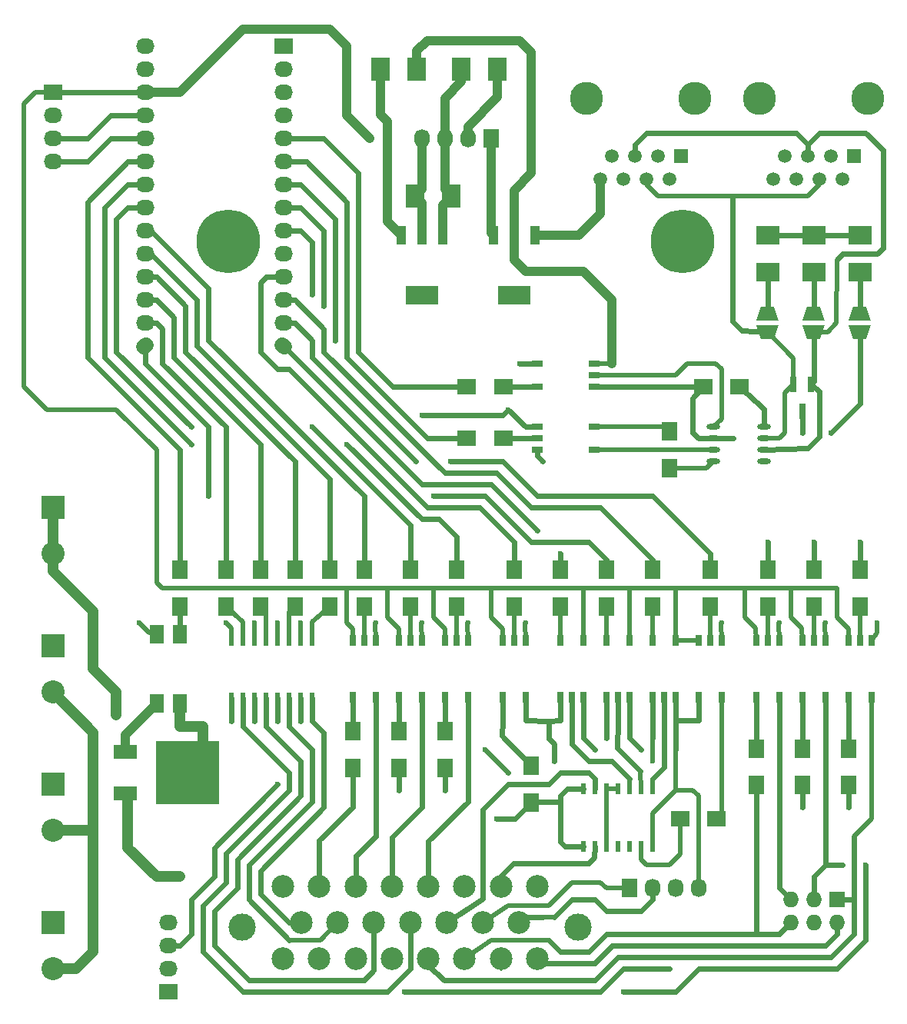
<source format=gtl>
G04 #@! TF.FileFunction,Copper,L1,Top,Signal*
%FSLAX46Y46*%
G04 Gerber Fmt 4.6, Leading zero omitted, Abs format (unit mm)*
G04 Created by KiCad (PCBNEW 4.0.3+e1-6302~38~ubuntu15.10.1-stable) date Thu Nov 17 07:24:37 2016*
%MOMM*%
%LPD*%
G01*
G04 APERTURE LIST*
%ADD10C,0.200000*%
%ADD11R,1.727200X2.032000*%
%ADD12O,1.727200X2.032000*%
%ADD13C,2.500000*%
%ADD14C,3.000000*%
%ADD15R,2.500000X2.000000*%
%ADD16C,3.649980*%
%ADD17R,1.501140X1.501140*%
%ADD18C,1.501140*%
%ADD19R,2.000000X2.500000*%
%ADD20R,0.800100X1.800860*%
%ADD21R,2.540000X2.540000*%
%ADD22C,2.540000*%
%ADD23R,2.032000X1.727200*%
%ADD24O,2.032000X1.727200*%
%ADD25R,1.700000X2.000000*%
%ADD26R,2.000000X1.700000*%
%ADD27R,0.800000X1.200000*%
%ADD28R,1.200000X0.800000*%
%ADD29O,1.473200X0.609600*%
%ADD30R,2.499360X1.501140*%
%ADD31R,7.000240X7.000240*%
%ADD32R,3.657600X2.032000*%
%ADD33R,1.016000X2.032000*%
%ADD34R,1.524000X2.032000*%
%ADD35R,0.508000X1.143000*%
%ADD36R,1.727200X1.727200*%
%ADD37O,1.727200X1.727200*%
%ADD38C,1.727200*%
%ADD39C,7.000000*%
%ADD40C,0.600000*%
%ADD41C,0.500000*%
%ADD42C,0.600000*%
%ADD43C,1.000000*%
%ADD44C,1.200000*%
G04 APERTURE END LIST*
D10*
D11*
X97820000Y-75120000D03*
D12*
X95280000Y-75120000D03*
X92740000Y-75120000D03*
X90200000Y-75120000D03*
D13*
X74930000Y-157480000D03*
X78930000Y-157480000D03*
X82930000Y-157480000D03*
X86930000Y-157480000D03*
X90930000Y-157480000D03*
X94930000Y-157480000D03*
X98930000Y-157480000D03*
X102930000Y-157480000D03*
X100930000Y-161480000D03*
X96930000Y-161480000D03*
X92930000Y-161480000D03*
X88930000Y-161480000D03*
X84930000Y-161480000D03*
X80930000Y-161480000D03*
X76930000Y-161480000D03*
X74930000Y-165480000D03*
X78930000Y-165480000D03*
X82930000Y-165480000D03*
X86930000Y-165480000D03*
X90930000Y-165480000D03*
X94930000Y-165480000D03*
X98930000Y-165480000D03*
X102930000Y-165480000D03*
D14*
X70430000Y-161980000D03*
X107430000Y-161980000D03*
D15*
X128300000Y-85820000D03*
X128300000Y-89820000D03*
D16*
X127441480Y-70675000D03*
X139310900Y-70675000D03*
D17*
X137825000Y-77025000D03*
D18*
X136555000Y-79565000D03*
X135285000Y-77025000D03*
X134015000Y-79565000D03*
X132745000Y-77025000D03*
X131475000Y-79565000D03*
X130205000Y-77025000D03*
X128935000Y-79565000D03*
D19*
X89470000Y-81470000D03*
X93470000Y-81470000D03*
D15*
X138460000Y-89820000D03*
X138460000Y-85820000D03*
D20*
X133060000Y-102193860D03*
X131160000Y-102193860D03*
X132110000Y-105196140D03*
D19*
X85660000Y-67500000D03*
X89660000Y-67500000D03*
X94550000Y-67500000D03*
X98550000Y-67500000D03*
D16*
X108391480Y-70675000D03*
X120260900Y-70675000D03*
D17*
X118775000Y-77025000D03*
D18*
X117505000Y-79565000D03*
X116235000Y-77025000D03*
X114965000Y-79565000D03*
X113695000Y-77025000D03*
X112425000Y-79565000D03*
X111155000Y-77025000D03*
X109885000Y-79565000D03*
D10*
G36*
X132630000Y-93690000D02*
X134130000Y-93690000D01*
X134630000Y-95190000D01*
X132130000Y-95190000D01*
X132630000Y-93690000D01*
X132630000Y-93690000D01*
G37*
G36*
X132130000Y-95690000D02*
X134630000Y-95690000D01*
X134130000Y-97190000D01*
X132630000Y-97190000D01*
X132130000Y-95690000D01*
X132130000Y-95690000D01*
G37*
G36*
X129050000Y-97190000D02*
X127550000Y-97190000D01*
X127050000Y-95690000D01*
X129550000Y-95690000D01*
X129050000Y-97190000D01*
X129050000Y-97190000D01*
G37*
G36*
X129550000Y-95190000D02*
X127050000Y-95190000D01*
X127550000Y-93690000D01*
X129050000Y-93690000D01*
X129550000Y-95190000D01*
X129550000Y-95190000D01*
G37*
G36*
X137710000Y-93690000D02*
X139210000Y-93690000D01*
X139710000Y-95190000D01*
X137210000Y-95190000D01*
X137710000Y-93690000D01*
X137710000Y-93690000D01*
G37*
G36*
X137210000Y-95690000D02*
X139710000Y-95690000D01*
X139210000Y-97190000D01*
X137710000Y-97190000D01*
X137210000Y-95690000D01*
X137210000Y-95690000D01*
G37*
D21*
X49560000Y-161480000D03*
D22*
X49560000Y-166560000D03*
D21*
X49560000Y-131000000D03*
D22*
X49560000Y-136080000D03*
D21*
X49560000Y-146240000D03*
D22*
X49560000Y-151320000D03*
D11*
X113060000Y-157670000D03*
D12*
X115600000Y-157670000D03*
X118140000Y-157670000D03*
X120680000Y-157670000D03*
D23*
X62260000Y-169100000D03*
D24*
X62260000Y-166560000D03*
X62260000Y-164020000D03*
X62260000Y-161480000D03*
D25*
X82580000Y-140430000D03*
X82580000Y-144430000D03*
X92740000Y-140430000D03*
X92740000Y-144430000D03*
X87660000Y-140430000D03*
X87660000Y-144430000D03*
X127030000Y-142335000D03*
X127030000Y-146335000D03*
X132110000Y-142335000D03*
X132110000Y-146335000D03*
X137190000Y-142335000D03*
X137190000Y-146335000D03*
X83850000Y-122650000D03*
X83850000Y-126650000D03*
X94010000Y-122650000D03*
X94010000Y-126650000D03*
X88930000Y-122650000D03*
X88930000Y-126650000D03*
X128300000Y-122650000D03*
X128300000Y-126650000D03*
X133380000Y-122650000D03*
X133380000Y-126650000D03*
X138460000Y-122650000D03*
X138460000Y-126650000D03*
X63530000Y-122650000D03*
X63530000Y-126650000D03*
X102265000Y-144240000D03*
X102265000Y-148240000D03*
X100360000Y-122650000D03*
X100360000Y-126650000D03*
D26*
X99185000Y-102425000D03*
X95185000Y-102425000D03*
D25*
X117505000Y-111410000D03*
X117505000Y-107410000D03*
D26*
X121220000Y-102425000D03*
X125220000Y-102425000D03*
D15*
X133380000Y-85820000D03*
X133380000Y-89820000D03*
D26*
X122680000Y-150050000D03*
X118680000Y-150050000D03*
D25*
X110520000Y-122650000D03*
X110520000Y-126650000D03*
X105440000Y-122650000D03*
X105440000Y-126650000D03*
X115600000Y-122650000D03*
X115600000Y-126650000D03*
X80040000Y-126650000D03*
X80040000Y-122650000D03*
X76230000Y-126650000D03*
X76230000Y-122650000D03*
X72420000Y-126650000D03*
X72420000Y-122650000D03*
X68610000Y-126650000D03*
X68610000Y-122650000D03*
D27*
X82580000Y-136690000D03*
X85120000Y-136690000D03*
X85120000Y-130390000D03*
X83850000Y-130390000D03*
X82580000Y-130390000D03*
X92740000Y-136690000D03*
X95280000Y-136690000D03*
X95280000Y-130390000D03*
X94010000Y-130390000D03*
X92740000Y-130390000D03*
X87660000Y-136690000D03*
X90200000Y-136690000D03*
X90200000Y-130390000D03*
X88930000Y-130390000D03*
X87660000Y-130390000D03*
X127030000Y-136690000D03*
X129570000Y-136690000D03*
X129570000Y-130390000D03*
X128300000Y-130390000D03*
X127030000Y-130390000D03*
X132110000Y-136690000D03*
X134650000Y-136690000D03*
X134650000Y-130390000D03*
X133380000Y-130390000D03*
X132110000Y-130390000D03*
X137190000Y-136690000D03*
X139730000Y-136690000D03*
X139730000Y-130390000D03*
X138460000Y-130390000D03*
X137190000Y-130390000D03*
X99090000Y-136690000D03*
X101630000Y-136690000D03*
X101630000Y-130390000D03*
X100360000Y-130390000D03*
X99090000Y-130390000D03*
D28*
X109225000Y-109410000D03*
X109225000Y-106870000D03*
X102925000Y-106870000D03*
X102925000Y-108140000D03*
X102925000Y-109410000D03*
X102925000Y-99885000D03*
X102925000Y-102425000D03*
X109225000Y-102425000D03*
X109225000Y-101155000D03*
X109225000Y-99885000D03*
D29*
X122331000Y-106870000D03*
X122331000Y-108140000D03*
X122331000Y-109410000D03*
X122331000Y-110680000D03*
X127919000Y-110680000D03*
X127919000Y-109410000D03*
X127919000Y-108140000D03*
X127919000Y-106870000D03*
D27*
X113060000Y-130390000D03*
X110520000Y-130390000D03*
X110520000Y-136690000D03*
X111790000Y-136690000D03*
X113060000Y-136690000D03*
X107980000Y-130390000D03*
X105440000Y-130390000D03*
X105440000Y-136690000D03*
X106710000Y-136690000D03*
X107980000Y-136690000D03*
X120680000Y-136690000D03*
X123220000Y-136690000D03*
X123220000Y-130390000D03*
X121950000Y-130390000D03*
X120680000Y-130390000D03*
X118140000Y-130390000D03*
X115600000Y-130390000D03*
X115600000Y-136690000D03*
X116870000Y-136690000D03*
X118140000Y-136690000D03*
D30*
X57540680Y-142694160D03*
X57540680Y-147245840D03*
D31*
X64439320Y-144970000D03*
D32*
X100360000Y-92392000D03*
D33*
X100360000Y-85788000D03*
X98074000Y-85788000D03*
X102646000Y-85788000D03*
D32*
X90200000Y-92392000D03*
D33*
X90200000Y-85788000D03*
X87914000Y-85788000D03*
X92486000Y-85788000D03*
D34*
X63530000Y-129730000D03*
X60990000Y-129730000D03*
X60990000Y-137350000D03*
X63530000Y-137350000D03*
D35*
X115600000Y-146748000D03*
X114330000Y-146748000D03*
X113060000Y-146748000D03*
X111790000Y-146748000D03*
X110520000Y-146748000D03*
X109250000Y-146748000D03*
X107980000Y-146748000D03*
X107980000Y-153098000D03*
X109250000Y-153098000D03*
X111790000Y-153098000D03*
X113060000Y-153098000D03*
X114330000Y-153098000D03*
X115600000Y-153098000D03*
X110520000Y-153098000D03*
X78135000Y-136715000D03*
X75595000Y-136715000D03*
X74325000Y-136715000D03*
X73055000Y-136715000D03*
X71785000Y-136715000D03*
X70515000Y-136715000D03*
X69245000Y-136715000D03*
X69245000Y-130365000D03*
X70515000Y-130365000D03*
X71785000Y-130365000D03*
X73055000Y-130365000D03*
X74325000Y-130365000D03*
X75595000Y-130365000D03*
X76865000Y-130365000D03*
X78135000Y-130365000D03*
X76865000Y-136715000D03*
D21*
X49560000Y-115760000D03*
D22*
X49560000Y-120840000D03*
D26*
X95185000Y-108140000D03*
X99185000Y-108140000D03*
D25*
X121950000Y-122650000D03*
X121950000Y-126650000D03*
D36*
X135920000Y-158940000D03*
D37*
X135920000Y-161480000D03*
X133380000Y-158940000D03*
X133380000Y-161480000D03*
X130840000Y-158940000D03*
X130840000Y-161480000D03*
D23*
X74960000Y-64960000D03*
D24*
X74960000Y-67500000D03*
X74960000Y-70040000D03*
X74960000Y-72580000D03*
X74960000Y-75120000D03*
X74960000Y-77660000D03*
X74960000Y-80200000D03*
X74960000Y-82740000D03*
X74960000Y-85280000D03*
X74960000Y-87820000D03*
X74960000Y-90360000D03*
X74960000Y-92900000D03*
D38*
X74852237Y-97872237D02*
X75067763Y-98087763D01*
X59612237Y-98087763D02*
X59827763Y-97872237D01*
D24*
X59720000Y-92900000D03*
X59720000Y-90360000D03*
X59720000Y-87820000D03*
X59720000Y-85280000D03*
X59720000Y-82740000D03*
X59720000Y-80200000D03*
X59720000Y-77660000D03*
X59720000Y-75120000D03*
X59720000Y-72580000D03*
X59720000Y-70040000D03*
X59720000Y-67500000D03*
X59720000Y-64960000D03*
X74960000Y-95440000D03*
X59720000Y-95440000D03*
D23*
X49560000Y-70040000D03*
D24*
X49560000Y-72580000D03*
X49560000Y-75120000D03*
X49560000Y-77660000D03*
D39*
X68930000Y-86480000D03*
D40*
X71555000Y-86480000D03*
X70786155Y-88336155D03*
X68930000Y-89105000D03*
X67073845Y-88336155D03*
X66305000Y-86480000D03*
X67073845Y-84623845D03*
X68930000Y-83855000D03*
X70786155Y-84623845D03*
D39*
X118930000Y-86480000D03*
D40*
X121555000Y-86480000D03*
X120786155Y-88336155D03*
X118930000Y-89105000D03*
X117073845Y-88336155D03*
X116305000Y-86480000D03*
X117073845Y-84623845D03*
X118930000Y-83855000D03*
X120786155Y-84623845D03*
X90200000Y-105600000D03*
X134650000Y-128460000D03*
X129570000Y-128460000D03*
X123220000Y-128460000D03*
X101630000Y-128460000D03*
X95280000Y-128460000D03*
X90200000Y-128460000D03*
X85120000Y-128460000D03*
X76865000Y-128460000D03*
X74325000Y-128460000D03*
X71785000Y-128460000D03*
X68610000Y-128460000D03*
X59085000Y-128460000D03*
X140365000Y-128460000D03*
X99725000Y-104965000D03*
X84485000Y-75120000D03*
X103535000Y-110680000D03*
X100995000Y-99885000D03*
X112425000Y-102425000D03*
X124490000Y-108140000D03*
X132110000Y-107505000D03*
X135285000Y-107505000D03*
X111155000Y-109410000D03*
X111155000Y-99885000D03*
X62260000Y-156400000D03*
X60990000Y-156400000D03*
X63530000Y-156400000D03*
X54005000Y-164655000D03*
X52735000Y-165925000D03*
X87660000Y-146875000D03*
X82580000Y-146875000D03*
X92740000Y-146875000D03*
X117505000Y-166560000D03*
X88295000Y-169100000D03*
X112425000Y-169100000D03*
X139095000Y-155130000D03*
X136555000Y-155130000D03*
X137190000Y-148780000D03*
X132110000Y-148780000D03*
X127030000Y-148780000D03*
X64800000Y-108775000D03*
X81945000Y-108775000D03*
X64800000Y-106870000D03*
X78135000Y-106870000D03*
X78135000Y-92265000D03*
X128300000Y-119570000D03*
X79405000Y-93535000D03*
X133380000Y-119570000D03*
X80675000Y-97345000D03*
X138460000Y-119570000D03*
X64800000Y-139890000D03*
X56545000Y-137350000D03*
X56545000Y-136080000D03*
X66070000Y-139890000D03*
X56545000Y-138620000D03*
X63530000Y-139890000D03*
X98455000Y-150050000D03*
X114330000Y-142430000D03*
X109250000Y-142430000D03*
X118140000Y-142430000D03*
X99725000Y-144970000D03*
X97185000Y-142430000D03*
X104805000Y-143700000D03*
X74325000Y-146240000D03*
X76865000Y-139255000D03*
X74325000Y-139255000D03*
X71785000Y-139255000D03*
X69245000Y-139255000D03*
X115600000Y-143700000D03*
X110520000Y-148780000D03*
X115600000Y-141160000D03*
X110520000Y-141160000D03*
X104170000Y-141160000D03*
X66705000Y-114490000D03*
X91470000Y-114490000D03*
X102900000Y-118300000D03*
X105440000Y-120840000D03*
X93375000Y-110680000D03*
X89565000Y-110680000D03*
D41*
X133380000Y-96440000D02*
X134920000Y-96440000D01*
D42*
X134015000Y-74485000D02*
X132745000Y-75755000D01*
X134015000Y-74485000D02*
X139095000Y-74485000D01*
X139095000Y-74485000D02*
X141000000Y-76390000D01*
X141000000Y-76390000D02*
X141000000Y-87185000D01*
X141000000Y-87185000D02*
X140365000Y-87820000D01*
X140365000Y-87820000D02*
X136555000Y-87820000D01*
X136555000Y-87820000D02*
X135920000Y-88455000D01*
D41*
X135890000Y-95470000D02*
X135920000Y-88455000D01*
X134920000Y-96440000D02*
X135890000Y-95470000D01*
D42*
X133060000Y-102193860D02*
X133985000Y-102958860D01*
X132715000Y-109220000D02*
X127919000Y-109410000D01*
X133985000Y-107950000D02*
X132715000Y-109220000D01*
X133985000Y-102958860D02*
X133985000Y-107950000D01*
X113695000Y-77025000D02*
X113695000Y-75755000D01*
X113695000Y-75755000D02*
X114965000Y-74485000D01*
X114965000Y-74485000D02*
X131475000Y-74485000D01*
X131475000Y-74485000D02*
X132745000Y-75755000D01*
X132745000Y-77025000D02*
X132745000Y-75755000D01*
X133060000Y-102193860D02*
X133380000Y-101873860D01*
X133380000Y-101873860D02*
X133380000Y-96440000D01*
D41*
X114965000Y-79565000D02*
X114965000Y-80200000D01*
X116235000Y-81470000D02*
X124460000Y-81470000D01*
X114965000Y-80200000D02*
X116235000Y-81470000D01*
X134015000Y-79565000D02*
X134015000Y-80200000D01*
X134015000Y-80200000D02*
X132745000Y-81470000D01*
X132745000Y-81470000D02*
X124460000Y-81470000D01*
X127919000Y-108140000D02*
X128935000Y-108140000D01*
X130205000Y-103148860D02*
X131160000Y-102193860D01*
X130205000Y-107505000D02*
X130205000Y-103148860D01*
X129570000Y-108140000D02*
X130205000Y-107505000D01*
X128935000Y-108140000D02*
X129570000Y-108140000D01*
X128300000Y-96440000D02*
X131160000Y-99300000D01*
X131160000Y-99300000D02*
X131160000Y-102193860D01*
D42*
X128300000Y-96440000D02*
X125460000Y-96250000D01*
X125460000Y-96250000D02*
X124460000Y-95250000D01*
X124460000Y-95250000D02*
X124460000Y-81470000D01*
X128300000Y-96440000D02*
X128030000Y-96710000D01*
D41*
X114965000Y-79565000D02*
X114965000Y-80200000D01*
D42*
X63530000Y-122650000D02*
X63530000Y-109410000D01*
X57815000Y-77660000D02*
X59720000Y-77660000D01*
X53370000Y-82105000D02*
X57815000Y-77660000D01*
X53370000Y-99250000D02*
X53370000Y-82105000D01*
X63530000Y-109410000D02*
X53370000Y-99250000D01*
X99725000Y-104965000D02*
X99090000Y-105600000D01*
X99090000Y-105600000D02*
X90200000Y-105600000D01*
D43*
X94550000Y-67500000D02*
X94550000Y-68865000D01*
X92740000Y-70675000D02*
X92740000Y-75120000D01*
X94550000Y-68865000D02*
X92740000Y-70675000D01*
X93470000Y-81470000D02*
X92740000Y-80740000D01*
X92740000Y-80740000D02*
X92740000Y-75120000D01*
D41*
X134650000Y-130390000D02*
X134620000Y-128490000D01*
X134620000Y-128490000D02*
X134650000Y-128460000D01*
X129570000Y-130390000D02*
X129540000Y-128490000D01*
X129540000Y-128490000D02*
X129570000Y-128460000D01*
X123220000Y-130390000D02*
X123190000Y-128490000D01*
X123190000Y-128490000D02*
X123220000Y-128460000D01*
X101630000Y-130390000D02*
X101600000Y-128490000D01*
X101600000Y-128490000D02*
X101630000Y-128460000D01*
X95280000Y-130390000D02*
X95250000Y-128490000D01*
X95250000Y-128490000D02*
X95280000Y-128460000D01*
X90200000Y-130390000D02*
X90170000Y-128490000D01*
X90170000Y-128490000D02*
X90200000Y-128460000D01*
X85120000Y-130390000D02*
X85090000Y-128490000D01*
X85090000Y-128490000D02*
X85120000Y-128460000D01*
X76865000Y-130365000D02*
X76835000Y-128490000D01*
X76835000Y-128490000D02*
X76865000Y-128460000D01*
X74325000Y-130365000D02*
X74295000Y-128490000D01*
X74295000Y-128490000D02*
X74325000Y-128460000D01*
X71755000Y-128490000D02*
X71785000Y-130365000D01*
X71785000Y-128460000D02*
X71755000Y-128490000D01*
X69245000Y-130365000D02*
X69215000Y-129065000D01*
X69215000Y-129065000D02*
X68610000Y-128460000D01*
X139730000Y-130390000D02*
X140365000Y-129535000D01*
X60165000Y-129540000D02*
X60960000Y-129540000D01*
X59085000Y-128460000D02*
X60165000Y-129540000D01*
X140365000Y-129535000D02*
X140365000Y-128460000D01*
D42*
X102925000Y-106870000D02*
X101630000Y-106870000D01*
X101630000Y-106870000D02*
X99725000Y-104965000D01*
D43*
X92486000Y-85788000D02*
X92486000Y-82454000D01*
X92486000Y-82454000D02*
X93470000Y-81470000D01*
D42*
X74960000Y-75120000D02*
X79405000Y-75120000D01*
X87025000Y-102425000D02*
X95185000Y-102425000D01*
X83215000Y-98615000D02*
X87025000Y-102425000D01*
X83215000Y-78930000D02*
X83215000Y-98615000D01*
X79405000Y-75120000D02*
X83215000Y-78930000D01*
D43*
X81945000Y-72580000D02*
X84485000Y-75120000D01*
X59720000Y-70040000D02*
X63530000Y-70040000D01*
X70515000Y-63055000D02*
X63530000Y-70040000D01*
X80040000Y-63055000D02*
X70515000Y-63055000D01*
X81945000Y-64960000D02*
X80040000Y-63055000D01*
X81945000Y-72580000D02*
X81945000Y-64960000D01*
D42*
X102925000Y-109410000D02*
X102925000Y-110070000D01*
X102925000Y-110070000D02*
X103535000Y-110680000D01*
X102925000Y-99885000D02*
X100995000Y-99885000D01*
D41*
X81945000Y-124650000D02*
X61625000Y-124650000D01*
X47655000Y-70040000D02*
X49560000Y-70040000D01*
X46385000Y-71310000D02*
X47655000Y-70040000D01*
X46385000Y-102425000D02*
X46385000Y-71310000D01*
X48925000Y-104965000D02*
X46385000Y-102425000D01*
X56545000Y-104965000D02*
X48925000Y-104965000D01*
X60990000Y-109410000D02*
X56545000Y-104965000D01*
X60990000Y-124015000D02*
X60990000Y-109410000D01*
X61625000Y-124650000D02*
X60990000Y-124015000D01*
D43*
X89470000Y-81470000D02*
X90200000Y-80740000D01*
X90200000Y-80740000D02*
X90200000Y-75120000D01*
D42*
X49560000Y-70040000D02*
X59720000Y-70040000D01*
D41*
X118140000Y-130390000D02*
X120680000Y-130390000D01*
X127030000Y-130390000D02*
X127000000Y-129065000D01*
X125760000Y-127825000D02*
X125760000Y-124650000D01*
X127000000Y-129065000D02*
X125760000Y-127825000D01*
X118140000Y-130390000D02*
X118140000Y-124650000D01*
X113060000Y-130390000D02*
X113060000Y-124650000D01*
X107980000Y-130390000D02*
X107980000Y-124650000D01*
X99090000Y-130390000D02*
X99090000Y-129095000D01*
X97820000Y-127825000D02*
X97820000Y-124650000D01*
X99090000Y-129095000D02*
X97820000Y-127825000D01*
X92740000Y-130390000D02*
X92740000Y-129095000D01*
X91470000Y-127825000D02*
X91470000Y-124650000D01*
X92740000Y-129095000D02*
X91470000Y-127825000D01*
X87660000Y-130390000D02*
X87660000Y-129095000D01*
X86390000Y-127825000D02*
X86390000Y-124650000D01*
X87660000Y-129095000D02*
X86390000Y-127825000D01*
X82580000Y-130390000D02*
X82580000Y-129095000D01*
X81945000Y-124650000D02*
X86390000Y-124650000D01*
X86390000Y-124650000D02*
X91470000Y-124650000D01*
X91470000Y-124650000D02*
X97820000Y-124650000D01*
X97820000Y-124650000D02*
X107980000Y-124650000D01*
X107980000Y-124650000D02*
X113060000Y-124650000D01*
X113060000Y-124650000D02*
X118140000Y-124650000D01*
X118140000Y-124650000D02*
X119410000Y-124650000D01*
X119410000Y-124650000D02*
X125760000Y-124650000D01*
X125760000Y-124650000D02*
X130840000Y-124650000D01*
X81945000Y-128460000D02*
X81945000Y-124650000D01*
X82580000Y-129095000D02*
X81945000Y-128460000D01*
X132110000Y-130390000D02*
X132080000Y-129065000D01*
X137190000Y-129095000D02*
X137220000Y-130360000D01*
X135920000Y-127825000D02*
X137190000Y-129095000D01*
X135920000Y-124650000D02*
X135920000Y-127825000D01*
X130840000Y-124650000D02*
X135920000Y-124650000D01*
X130840000Y-127825000D02*
X130840000Y-124650000D01*
X132080000Y-129065000D02*
X130840000Y-127825000D01*
X137220000Y-130360000D02*
X137190000Y-130390000D01*
X132140000Y-130360000D02*
X132110000Y-130390000D01*
D43*
X90200000Y-85788000D02*
X90200000Y-82200000D01*
X90200000Y-82200000D02*
X89470000Y-81470000D01*
D42*
X95185000Y-108140000D02*
X90835000Y-108140000D01*
X77500000Y-77660000D02*
X74960000Y-77660000D01*
X81945000Y-82105000D02*
X77500000Y-77660000D01*
X81945000Y-99250000D02*
X81945000Y-82105000D01*
X86390000Y-103695000D02*
X81945000Y-99250000D01*
X86390000Y-103695000D02*
X86390000Y-103695000D01*
X90835000Y-108140000D02*
X86390000Y-103695000D01*
D43*
X102646000Y-85788000D02*
X107472000Y-85788000D01*
X109885000Y-83375000D02*
X109885000Y-79565000D01*
X107472000Y-85788000D02*
X109885000Y-83375000D01*
X95280000Y-75120000D02*
X95280000Y-73850000D01*
X95280000Y-73850000D02*
X98550000Y-70580000D01*
X98550000Y-70580000D02*
X98550000Y-67500000D01*
D42*
X122331000Y-108140000D02*
X124490000Y-108140000D01*
X132110000Y-105196140D02*
X132110000Y-107505000D01*
X138460000Y-104330000D02*
X138460000Y-96440000D01*
X135285000Y-107505000D02*
X138460000Y-104330000D01*
X122331000Y-108140000D02*
X120680000Y-108140000D01*
X120045000Y-103695000D02*
X121220000Y-102425000D01*
X120045000Y-107505000D02*
X120045000Y-103695000D01*
X120680000Y-108140000D02*
X120045000Y-107505000D01*
X121315000Y-102425000D02*
X121220000Y-102425000D01*
X121220000Y-102425000D02*
X112425000Y-102425000D01*
X112425000Y-102425000D02*
X109225000Y-102425000D01*
X128300000Y-85820000D02*
X133380000Y-85820000D01*
X133380000Y-85820000D02*
X138460000Y-85820000D01*
D43*
X86390000Y-73215000D02*
X85660000Y-72485000D01*
X86390000Y-84264000D02*
X86390000Y-73850000D01*
X86390000Y-73850000D02*
X86390000Y-73215000D01*
X87914000Y-85788000D02*
X86390000Y-84264000D01*
X85660000Y-72485000D02*
X85660000Y-67500000D01*
X89660000Y-67500000D02*
X89660000Y-65500000D01*
X100360000Y-80835000D02*
X100360000Y-85788000D01*
X102265000Y-78930000D02*
X100360000Y-80835000D01*
X102265000Y-65595000D02*
X102265000Y-78930000D01*
X100995000Y-64325000D02*
X102265000Y-65595000D01*
X90835000Y-64325000D02*
X100995000Y-64325000D01*
X89660000Y-65500000D02*
X90835000Y-64325000D01*
X111155000Y-99885000D02*
X111155000Y-92900000D01*
X101630000Y-89725000D02*
X100360000Y-88455000D01*
X107980000Y-89725000D02*
X101630000Y-89725000D01*
X111155000Y-92900000D02*
X107980000Y-89725000D01*
D41*
X109225000Y-99885000D02*
X111155000Y-99885000D01*
X109225000Y-109410000D02*
X111155000Y-109410000D01*
X111155000Y-109410000D02*
X122331000Y-109410000D01*
D43*
X100360000Y-85788000D02*
X100360000Y-88455000D01*
X97820000Y-75120000D02*
X97820000Y-85534000D01*
X97820000Y-85534000D02*
X98074000Y-85788000D01*
D42*
X133380000Y-89820000D02*
X133380000Y-94440000D01*
X128300000Y-89820000D02*
X128300000Y-94440000D01*
D44*
X57815000Y-147520160D02*
X57815000Y-153225000D01*
X57815000Y-153225000D02*
X60990000Y-156400000D01*
X57815000Y-147520160D02*
X57540680Y-147245840D01*
X60990000Y-156400000D02*
X60990000Y-156400000D01*
X60990000Y-156400000D02*
X62260000Y-156400000D01*
X62260000Y-156400000D02*
X63530000Y-156400000D01*
X54005000Y-164655000D02*
X52735000Y-165925000D01*
X54005000Y-151320000D02*
X54005000Y-164655000D01*
X52100000Y-166560000D02*
X49560000Y-166560000D01*
X54005000Y-164655000D02*
X52100000Y-166560000D01*
X49560000Y-151320000D02*
X54005000Y-151320000D01*
X49560000Y-136080000D02*
X49560000Y-136080000D01*
X54005000Y-140525000D02*
X49560000Y-136080000D01*
X54005000Y-151320000D02*
X54005000Y-140525000D01*
D42*
X87660000Y-144430000D02*
X87660000Y-146875000D01*
X92740000Y-144430000D02*
X92740000Y-146875000D01*
X78930000Y-157480000D02*
X78930000Y-152430000D01*
X78930000Y-152430000D02*
X82580000Y-148780000D01*
X82580000Y-148780000D02*
X82580000Y-146875000D01*
X82580000Y-146875000D02*
X82580000Y-144430000D01*
X82930000Y-157480000D02*
X82930000Y-154145000D01*
X85120000Y-151955000D02*
X85120000Y-136690000D01*
X82930000Y-154145000D02*
X85120000Y-151955000D01*
X86930000Y-157480000D02*
X86930000Y-152050000D01*
X90200000Y-148780000D02*
X90200000Y-136690000D01*
X86930000Y-152050000D02*
X90200000Y-148780000D01*
X90930000Y-157480000D02*
X90930000Y-152495000D01*
X95280000Y-148145000D02*
X95280000Y-136690000D01*
X90930000Y-152495000D02*
X95280000Y-148145000D01*
X109250000Y-158940000D02*
X110520000Y-160210000D01*
X104805000Y-160845000D02*
X106710000Y-158940000D01*
X106710000Y-158940000D02*
X109250000Y-158940000D01*
X101565000Y-160845000D02*
X103535000Y-160845000D01*
D41*
X103535000Y-160845000D02*
X104805000Y-160845000D01*
D42*
X115600000Y-158940000D02*
X115600000Y-157670000D01*
X114330000Y-160210000D02*
X115600000Y-158940000D01*
X110520000Y-160210000D02*
X114330000Y-160210000D01*
X100930000Y-161480000D02*
X101565000Y-160845000D01*
D41*
X105440000Y-158305000D02*
X106710000Y-157035000D01*
X104170000Y-159575000D02*
X105440000Y-158305000D01*
X99725000Y-159575000D02*
X104170000Y-159575000D01*
X96930000Y-161480000D02*
X99725000Y-159575000D01*
X110520000Y-157670000D02*
X113060000Y-157670000D01*
X109885000Y-157035000D02*
X110520000Y-157670000D01*
X106710000Y-157035000D02*
X109885000Y-157035000D01*
D42*
X88295000Y-169100000D02*
X109885000Y-169100000D01*
X109885000Y-169100000D02*
X112425000Y-166560000D01*
X112425000Y-166560000D02*
X117505000Y-166560000D01*
X129570000Y-136690000D02*
X129570000Y-157670000D01*
X129570000Y-157670000D02*
X130840000Y-158940000D01*
X133380000Y-158940000D02*
X133380000Y-156400000D01*
X133380000Y-156400000D02*
X134650000Y-155130000D01*
X118140000Y-169100000D02*
X120680000Y-166560000D01*
X120680000Y-166560000D02*
X135920000Y-166560000D01*
X139095000Y-155130000D02*
X139095000Y-163385000D01*
X135920000Y-166560000D02*
X139095000Y-163385000D01*
X118140000Y-169100000D02*
X112425000Y-169100000D01*
X136555000Y-155130000D02*
X134650000Y-155130000D01*
X134650000Y-136690000D02*
X134650000Y-155130000D01*
X135920000Y-158940000D02*
X137825000Y-158940000D01*
D41*
X137825000Y-151955000D02*
X139730000Y-150050000D01*
X139730000Y-150050000D02*
X139730000Y-136690000D01*
D42*
X137825000Y-151955000D02*
X137825000Y-157035000D01*
X137825000Y-162750000D02*
X137825000Y-158940000D01*
X137825000Y-158940000D02*
X137825000Y-157670000D01*
X135285000Y-165290000D02*
X137825000Y-162750000D01*
X111790000Y-165290000D02*
X135285000Y-165290000D01*
X109250000Y-167830000D02*
X111790000Y-165290000D01*
X92695536Y-167830000D02*
X109250000Y-167830000D01*
X92695536Y-167830000D02*
X90930000Y-166180000D01*
X137825000Y-157035000D02*
X137825000Y-157670000D01*
D41*
X90930000Y-165480000D02*
X90930000Y-166180000D01*
D42*
X127030000Y-162750000D02*
X127030000Y-148780000D01*
D41*
X130810000Y-161925000D02*
X130810000Y-161510000D01*
X97820000Y-163385000D02*
X104170000Y-163385000D01*
X97820000Y-163385000D02*
X94930000Y-165480000D01*
D42*
X105440000Y-164655000D02*
X104170000Y-163385000D01*
X129570000Y-162750000D02*
X127030000Y-162750000D01*
X127030000Y-162750000D02*
X110520000Y-162750000D01*
X110520000Y-162750000D02*
X108615000Y-164655000D01*
X108615000Y-164655000D02*
X105440000Y-164655000D01*
X130810000Y-161510000D02*
X129570000Y-162750000D01*
X137190000Y-148780000D02*
X137190000Y-146335000D01*
X127030000Y-146335000D02*
X127030000Y-148780000D01*
X132110000Y-148780000D02*
X132110000Y-146335000D01*
D41*
X98930000Y-165480000D02*
X98930000Y-166560000D01*
D42*
X103375000Y-165925000D02*
X109250000Y-165925000D01*
X111155000Y-164020000D02*
X134650000Y-164020000D01*
X109250000Y-165925000D02*
X111155000Y-164020000D01*
X134650000Y-164020000D02*
X135920000Y-162750000D01*
X135920000Y-162750000D02*
X135920000Y-161480000D01*
D41*
X103375000Y-165925000D02*
X102930000Y-165480000D01*
D43*
X57540680Y-142694160D02*
X57540680Y-140799320D01*
X57540680Y-140799320D02*
X60990000Y-137350000D01*
D42*
X82580000Y-139255000D02*
X82580000Y-136690000D01*
X82580000Y-140430000D02*
X82580000Y-139255000D01*
X82580000Y-139255000D02*
X82580000Y-139230000D01*
X92740000Y-139255000D02*
X92740000Y-136690000D01*
X92740000Y-140430000D02*
X92740000Y-139255000D01*
X92740000Y-139255000D02*
X92740000Y-139230000D01*
X87660000Y-139255000D02*
X87660000Y-136690000D01*
X87660000Y-140430000D02*
X87660000Y-139255000D01*
X87660000Y-139255000D02*
X87660000Y-139230000D01*
X127030000Y-142335000D02*
X127030000Y-136690000D01*
X127031960Y-136691960D02*
X127030000Y-136690000D01*
X132110000Y-142335000D02*
X132110000Y-136690000D01*
X132111960Y-136691960D02*
X132110000Y-136690000D01*
X137190000Y-142335000D02*
X137190000Y-136690000D01*
X66705000Y-97345000D02*
X83850000Y-114490000D01*
X83850000Y-122650000D02*
X83850000Y-114490000D01*
X60355000Y-85280000D02*
X59720000Y-85280000D01*
X66705000Y-91630000D02*
X60355000Y-85280000D01*
X66705000Y-97345000D02*
X66705000Y-91630000D01*
D41*
X83850000Y-130390000D02*
X83850000Y-126650000D01*
D42*
X90200000Y-117030000D02*
X81945000Y-108775000D01*
X94010000Y-118935000D02*
X92105000Y-117030000D01*
X92105000Y-117030000D02*
X90200000Y-117030000D01*
X94010000Y-122650000D02*
X94010000Y-118935000D01*
X57815000Y-80200000D02*
X59720000Y-80200000D01*
X55275000Y-82740000D02*
X57815000Y-80200000D01*
X55275000Y-99250000D02*
X55275000Y-82740000D01*
X64800000Y-108775000D02*
X55275000Y-99250000D01*
D41*
X94010000Y-130390000D02*
X94010000Y-126650000D01*
D42*
X88930000Y-117665000D02*
X78135000Y-106870000D01*
X88930000Y-122650000D02*
X88930000Y-117665000D01*
X57815000Y-82740000D02*
X59720000Y-82740000D01*
X56545000Y-84010000D02*
X57815000Y-82740000D01*
X56545000Y-98615000D02*
X56545000Y-84010000D01*
X64800000Y-106870000D02*
X56545000Y-98615000D01*
D41*
X88930000Y-130390000D02*
X88930000Y-126650000D01*
D42*
X74960000Y-85280000D02*
X76865000Y-85280000D01*
X78135000Y-86550000D02*
X78135000Y-92265000D01*
X76865000Y-85280000D02*
X78135000Y-86550000D01*
X128300000Y-119570000D02*
X128300000Y-122650000D01*
D41*
X128300000Y-130390000D02*
X128300000Y-126650000D01*
D42*
X74960000Y-82740000D02*
X76865000Y-82740000D01*
X79405000Y-85280000D02*
X79405000Y-93535000D01*
X76865000Y-82740000D02*
X79405000Y-85280000D01*
X133380000Y-119570000D02*
X133380000Y-122650000D01*
D41*
X133380000Y-130390000D02*
X133380000Y-126650000D01*
D42*
X74960000Y-80200000D02*
X76865000Y-80200000D01*
X80675000Y-84010000D02*
X80675000Y-97345000D01*
X76865000Y-80200000D02*
X80675000Y-84010000D01*
X138460000Y-122650000D02*
X138460000Y-119570000D01*
D41*
X138460000Y-130390000D02*
X138460000Y-126650000D01*
D42*
X99089544Y-139255004D02*
X99089544Y-136690456D01*
X99089544Y-136690456D02*
X99090000Y-136690000D01*
X99090000Y-139230000D02*
X99089544Y-139255004D01*
X99089544Y-139255004D02*
X99060000Y-140875000D01*
X99060000Y-140875000D02*
X102265000Y-144240000D01*
X74960000Y-90360000D02*
X73055000Y-90360000D01*
X72420000Y-90995000D02*
X73055000Y-90360000D01*
X72420000Y-98615000D02*
X72420000Y-92265000D01*
X72420000Y-98615000D02*
X74325000Y-100520000D01*
X74325000Y-100520000D02*
X75595000Y-100520000D01*
X75595000Y-100520000D02*
X90835000Y-115760000D01*
X72420000Y-92265000D02*
X72420000Y-90995000D01*
X100360000Y-122650000D02*
X100360000Y-119570000D01*
X96550000Y-115760000D02*
X90835000Y-115760000D01*
X100360000Y-119570000D02*
X96550000Y-115760000D01*
D41*
X100360000Y-130390000D02*
X100360000Y-126650000D01*
D42*
X99185000Y-102425000D02*
X102925000Y-102425000D01*
D41*
X117505000Y-111410000D02*
X121601000Y-111410000D01*
X121601000Y-111410000D02*
X122331000Y-110680000D01*
X109225000Y-106870000D02*
X116965000Y-106870000D01*
X116965000Y-106870000D02*
X117505000Y-107410000D01*
D42*
X117505000Y-107410000D02*
X116965000Y-106870000D01*
X125220000Y-102425000D02*
X127889000Y-104934000D01*
X127889000Y-104934000D02*
X127919000Y-106870000D01*
D41*
X123220000Y-139255000D02*
X123220000Y-136690000D01*
X122680000Y-150050000D02*
X123220000Y-149510000D01*
X123220000Y-149510000D02*
X123220000Y-139255000D01*
X123220000Y-139255000D02*
X123220000Y-139230000D01*
X114330000Y-153098000D02*
X114330000Y-154495000D01*
X118680000Y-153955000D02*
X118680000Y-150050000D01*
X117505000Y-155130000D02*
X118680000Y-153955000D01*
X114965000Y-155130000D02*
X117505000Y-155130000D01*
X114330000Y-154495000D02*
X114965000Y-155130000D01*
X110520000Y-130390000D02*
X110520000Y-126650000D01*
X105440000Y-130390000D02*
X105440000Y-126650000D01*
X115600000Y-130390000D02*
X115600000Y-126650000D01*
X78135000Y-130365000D02*
X78105000Y-128365000D01*
X78105000Y-128365000D02*
X80040000Y-126650000D01*
X75595000Y-130365000D02*
X75595000Y-127285000D01*
X75595000Y-127285000D02*
X76230000Y-126650000D01*
X73055000Y-130365000D02*
X73055000Y-127285000D01*
X73055000Y-127285000D02*
X72420000Y-126650000D01*
X70515000Y-130365000D02*
X70485000Y-128365000D01*
X70485000Y-128365000D02*
X68610000Y-126650000D01*
X109225000Y-101155000D02*
X118140000Y-101155000D01*
X123220000Y-105981000D02*
X122331000Y-106870000D01*
X123220000Y-100520000D02*
X123220000Y-105981000D01*
X122585000Y-99885000D02*
X123220000Y-100520000D01*
X119410000Y-99885000D02*
X122585000Y-99885000D01*
X118140000Y-101155000D02*
X119410000Y-99885000D01*
D42*
X116870000Y-139255000D02*
X116870000Y-136690000D01*
D41*
X115600000Y-146748000D02*
X115600000Y-145605000D01*
D42*
X116870000Y-144335000D02*
X116870000Y-139255000D01*
X116870000Y-139255000D02*
X116870000Y-139230000D01*
X115600000Y-145605000D02*
X116870000Y-144335000D01*
X111789751Y-139254983D02*
X111789751Y-136690249D01*
X111789751Y-136690249D02*
X111790000Y-136690000D01*
D41*
X114330000Y-146748000D02*
X114300000Y-144780000D01*
D42*
X111760000Y-142240000D02*
X111789751Y-139254983D01*
X111789751Y-139254983D02*
X111790000Y-139230000D01*
X114300000Y-144780000D02*
X111760000Y-142240000D01*
X106710000Y-139255000D02*
X106710000Y-136690000D01*
D41*
X113060000Y-146748000D02*
X113060000Y-145605000D01*
D42*
X106710000Y-141795000D02*
X106710000Y-139255000D01*
X106710000Y-139255000D02*
X106710000Y-139230000D01*
X108615000Y-143700000D02*
X106710000Y-141795000D01*
X111155000Y-143700000D02*
X108615000Y-143700000D01*
X113060000Y-145605000D02*
X111155000Y-143700000D01*
X102925000Y-108140000D02*
X99185000Y-108140000D01*
X138460000Y-89820000D02*
X138460000Y-94440000D01*
D41*
X121950000Y-130390000D02*
X121950000Y-126650000D01*
D44*
X66070000Y-139890000D02*
X66070000Y-143339320D01*
X66070000Y-143339320D02*
X64439320Y-144970000D01*
X66070000Y-139890000D02*
X64800000Y-139890000D01*
X64800000Y-139890000D02*
X63530000Y-139890000D01*
X63530000Y-139890000D02*
X63530000Y-137350000D01*
X63530000Y-137350000D02*
X63530000Y-137350000D01*
X64165000Y-144695680D02*
X64439320Y-144970000D01*
X56545000Y-136080000D02*
X56545000Y-136080000D01*
X56545000Y-136080000D02*
X56545000Y-137350000D01*
X56545000Y-137350000D02*
X56545000Y-138620000D01*
X49560000Y-122745000D02*
X54005000Y-127190000D01*
X54005000Y-127190000D02*
X54005000Y-133540000D01*
X54005000Y-133540000D02*
X56545000Y-136080000D01*
X49560000Y-122745000D02*
X49560000Y-120840000D01*
X49560000Y-115760000D02*
X49560000Y-120840000D01*
D42*
X49560000Y-75120000D02*
X53370000Y-75120000D01*
X55910000Y-72580000D02*
X59720000Y-72580000D01*
X53370000Y-75120000D02*
X55910000Y-72580000D01*
X49560000Y-77660000D02*
X53370000Y-77660000D01*
X55910000Y-75120000D02*
X59720000Y-75120000D01*
X53370000Y-77660000D02*
X55910000Y-75120000D01*
X63530000Y-129730000D02*
X63530000Y-126650000D01*
X100455000Y-150050000D02*
X98455000Y-150050000D01*
X100455000Y-150050000D02*
X102265000Y-148240000D01*
X102265000Y-148240000D02*
X102360000Y-148145000D01*
X102360000Y-148145000D02*
X105440000Y-148145000D01*
X107980000Y-146748000D02*
X106202000Y-146748000D01*
X105948000Y-153098000D02*
X107980000Y-153098000D01*
X105440000Y-152590000D02*
X105948000Y-153098000D01*
X105440000Y-147510000D02*
X105440000Y-148145000D01*
X105440000Y-148145000D02*
X105440000Y-148780000D01*
X105440000Y-148780000D02*
X105440000Y-152590000D01*
X106202000Y-146748000D02*
X105440000Y-147510000D01*
X120680000Y-136690000D02*
X120680000Y-139230000D01*
X118140000Y-139230000D02*
X120680000Y-139230000D01*
X118140000Y-139230000D02*
X118140000Y-139255000D01*
X118140000Y-139255000D02*
X118140000Y-136690000D01*
X113060000Y-136690000D02*
X113060000Y-139255000D01*
X113060000Y-141160000D02*
X114330000Y-142430000D01*
X113060000Y-141160000D02*
X113060000Y-139255000D01*
X107980000Y-136690000D02*
X107980000Y-139255000D01*
X107980000Y-141160000D02*
X109250000Y-142430000D01*
X107980000Y-141160000D02*
X107980000Y-139255000D01*
D41*
X120680000Y-157670000D02*
X120680000Y-155130000D01*
X120045000Y-146875000D02*
X118140000Y-146875000D01*
X120680000Y-147510000D02*
X120045000Y-146875000D01*
X120680000Y-155130000D02*
X120680000Y-147510000D01*
X120680000Y-155130000D02*
X120680000Y-155130000D01*
X115600000Y-153098000D02*
X115600000Y-149415000D01*
X118140000Y-146875000D02*
X118140000Y-142430000D01*
X115600000Y-149415000D02*
X118140000Y-146875000D01*
D42*
X118140000Y-139255000D02*
X118140000Y-142430000D01*
X98930000Y-157480000D02*
X98910732Y-156359268D01*
X109220000Y-154305000D02*
X109250000Y-153098000D01*
X108585000Y-154940000D02*
X109220000Y-154305000D01*
X100330000Y-154940000D02*
X108585000Y-154940000D01*
X98910732Y-156359268D02*
X100330000Y-154940000D01*
X97185000Y-142430000D02*
X99725000Y-144970000D01*
X104170000Y-141160000D02*
X104805000Y-141795000D01*
X104805000Y-141795000D02*
X104805000Y-143700000D01*
X62260000Y-164020000D02*
X63530000Y-164020000D01*
X73055000Y-147510000D02*
X74325000Y-146240000D01*
X67340000Y-153225000D02*
X73055000Y-147510000D01*
X67340000Y-156400000D02*
X67340000Y-153225000D01*
X64800000Y-158940000D02*
X67340000Y-156400000D01*
X64800000Y-162750000D02*
X64800000Y-158940000D01*
X63530000Y-164020000D02*
X64800000Y-162750000D01*
X76865000Y-139255000D02*
X76865000Y-136715000D01*
X74325000Y-139255000D02*
X74325000Y-136715000D01*
X69245000Y-136715000D02*
X69245000Y-139255000D01*
X71785000Y-139255000D02*
X71785000Y-136715000D01*
X115600000Y-139255000D02*
X115600000Y-136690000D01*
X110520000Y-139255000D02*
X110520000Y-136690000D01*
X105439508Y-139230010D02*
X105439508Y-136690492D01*
X105439508Y-136690492D02*
X105440000Y-136690000D01*
X101630246Y-139230002D02*
X101630246Y-136690246D01*
X101630246Y-136690246D02*
X101630000Y-136690000D01*
D41*
X115600000Y-141160000D02*
X115600000Y-143700000D01*
X110520000Y-148780000D02*
X110520000Y-146748000D01*
D42*
X115600000Y-141160000D02*
X115600000Y-139255000D01*
X115600000Y-139255000D02*
X115600000Y-139230000D01*
X110520000Y-139230000D02*
X110520000Y-139255000D01*
X110520000Y-139255000D02*
X110520000Y-141160000D01*
X104170000Y-141160000D02*
X104170000Y-139255000D01*
X104170000Y-139255000D02*
X104170000Y-139280000D01*
X104170000Y-139280000D02*
X104170000Y-139255000D01*
X101630000Y-139230000D02*
X101630246Y-139230002D01*
X101630246Y-139230002D02*
X104170000Y-139255000D01*
X104170000Y-139255000D02*
X105439508Y-139230010D01*
X105439508Y-139230010D02*
X105440000Y-139230000D01*
D41*
X110520000Y-153098000D02*
X110520000Y-148780000D01*
X110520000Y-148780000D02*
X110520000Y-146748000D01*
X111790000Y-146748000D02*
X110520000Y-146748000D01*
D42*
X96931000Y-156019000D02*
X96931000Y-149034000D01*
X109250000Y-146748000D02*
X109250000Y-145605000D01*
X108615000Y-144970000D02*
X109250000Y-145605000D01*
X105440000Y-144970000D02*
X108615000Y-144970000D01*
X104170000Y-146240000D02*
X105440000Y-144970000D01*
X99725000Y-146240000D02*
X104170000Y-146240000D01*
X96931000Y-158813000D02*
X96931000Y-156019000D01*
X96931000Y-158813000D02*
X92930000Y-161480000D01*
X96931000Y-149034000D02*
X99725000Y-146240000D01*
X68610000Y-157035000D02*
X68610000Y-153860000D01*
X88930000Y-166560000D02*
X86390000Y-169100000D01*
X86390000Y-169100000D02*
X84485000Y-169100000D01*
X70515000Y-169100000D02*
X84485000Y-169100000D01*
X66070000Y-164655000D02*
X70515000Y-169100000D01*
X66070000Y-159575000D02*
X66070000Y-164655000D01*
X68610000Y-157035000D02*
X66070000Y-159575000D01*
X88930000Y-161480000D02*
X88930000Y-166560000D01*
X70515000Y-139890000D02*
X70515000Y-136715000D01*
X75595000Y-146875000D02*
X75595000Y-144970000D01*
X75595000Y-144970000D02*
X70515000Y-139890000D01*
X68610000Y-153860000D02*
X75595000Y-146875000D01*
X73055000Y-136715000D02*
X73055000Y-139890000D01*
X84930000Y-166750000D02*
X83850000Y-167830000D01*
X71150000Y-167830000D02*
X83850000Y-167830000D01*
X67340000Y-164020000D02*
X71150000Y-167830000D01*
X67340000Y-160210000D02*
X67340000Y-164020000D01*
X69880000Y-157670000D02*
X67340000Y-160210000D01*
X84930000Y-166750000D02*
X84930000Y-161480000D01*
X69880000Y-154495000D02*
X69880000Y-157670000D01*
X76865000Y-147510000D02*
X69880000Y-154495000D01*
X76865000Y-143700000D02*
X76865000Y-147510000D01*
X73055000Y-139890000D02*
X76865000Y-143700000D01*
X75595000Y-136715000D02*
X75595000Y-139255000D01*
D41*
X79025000Y-163385000D02*
X80930000Y-161480000D01*
X75595000Y-163385000D02*
X79025000Y-163385000D01*
D42*
X71150000Y-158940000D02*
X75595000Y-163385000D01*
X71150000Y-155130000D02*
X71150000Y-158940000D01*
X78135000Y-148145000D02*
X71150000Y-155130000D01*
X78135000Y-142430000D02*
X78135000Y-148145000D01*
X75595000Y-139890000D02*
X78135000Y-142430000D01*
X75595000Y-139255000D02*
X75595000Y-139890000D01*
X72420000Y-158305000D02*
X72420000Y-155765000D01*
D41*
X76930000Y-161480000D02*
X75595000Y-161480000D01*
D42*
X72420000Y-158305000D02*
X75595000Y-161480000D01*
X78135000Y-139255000D02*
X78135000Y-136715000D01*
X79405000Y-140525000D02*
X78135000Y-139255000D01*
X79405000Y-148780000D02*
X79405000Y-140525000D01*
X72420000Y-155765000D02*
X79405000Y-148780000D01*
X59720000Y-97980000D02*
X59720000Y-99885000D01*
X66705000Y-106870000D02*
X66705000Y-114490000D01*
X59720000Y-99885000D02*
X66705000Y-106870000D01*
X110520000Y-122650000D02*
X110520000Y-121475000D01*
X108615000Y-119570000D02*
X102265000Y-119570000D01*
X102265000Y-119570000D02*
X97185000Y-114490000D01*
X97185000Y-114490000D02*
X91470000Y-114490000D01*
X110520000Y-121475000D02*
X108615000Y-119570000D01*
X105440000Y-122650000D02*
X105440000Y-120840000D01*
X74960000Y-97980000D02*
X74960000Y-97980000D01*
X90200000Y-113220000D02*
X74960000Y-97980000D01*
X97820000Y-113220000D02*
X90200000Y-113220000D01*
X102900000Y-118300000D02*
X97820000Y-113220000D01*
X105440000Y-120840000D02*
X105440000Y-120840000D01*
X115600000Y-122650000D02*
X115600000Y-121475000D01*
X76230000Y-92900000D02*
X74960000Y-92900000D01*
X79405000Y-96075000D02*
X76230000Y-92900000D01*
X79405000Y-98615000D02*
X79405000Y-96075000D01*
X92740000Y-111950000D02*
X79405000Y-98615000D01*
X98455000Y-111950000D02*
X92740000Y-111950000D01*
X102265000Y-115760000D02*
X98455000Y-111950000D01*
X109885000Y-115760000D02*
X102265000Y-115760000D01*
X115600000Y-121475000D02*
X109885000Y-115760000D01*
X65435000Y-97980000D02*
X80040000Y-112585000D01*
X65435000Y-97980000D02*
X65435000Y-92900000D01*
X65435000Y-92900000D02*
X60355000Y-87820000D01*
X59720000Y-87820000D02*
X60355000Y-87820000D01*
X80040000Y-112585000D02*
X80040000Y-122650000D01*
X76230000Y-110680000D02*
X64165000Y-98615000D01*
X76230000Y-122650000D02*
X76230000Y-110680000D01*
X60990000Y-90360000D02*
X59720000Y-90360000D01*
X64165000Y-93535000D02*
X60990000Y-90360000D01*
X64165000Y-98615000D02*
X64165000Y-93535000D01*
X62895000Y-99250000D02*
X72420000Y-108775000D01*
X72420000Y-122650000D02*
X72420000Y-108775000D01*
X60990000Y-92900000D02*
X59720000Y-92900000D01*
X62895000Y-94805000D02*
X60990000Y-92900000D01*
X62895000Y-99250000D02*
X62895000Y-94805000D01*
X68610000Y-122650000D02*
X68610000Y-106870000D01*
X60990000Y-95440000D02*
X59720000Y-95440000D01*
X61625000Y-96075000D02*
X60990000Y-95440000D01*
X61625000Y-99885000D02*
X61625000Y-96075000D01*
X68610000Y-106870000D02*
X61625000Y-99885000D01*
X89565000Y-110680000D02*
X89565000Y-110680000D01*
X89565000Y-110680000D02*
X78135000Y-99250000D01*
X78135000Y-99250000D02*
X78135000Y-97345000D01*
X121950000Y-120840000D02*
X115600000Y-114490000D01*
X115600000Y-114490000D02*
X102900000Y-114490000D01*
X102900000Y-114490000D02*
X99090000Y-110680000D01*
X99090000Y-110680000D02*
X93375000Y-110680000D01*
X93375000Y-110680000D02*
X93375000Y-110680000D01*
X121950000Y-122650000D02*
X121950000Y-120840000D01*
X76230000Y-95440000D02*
X74960000Y-95440000D01*
X78135000Y-97345000D02*
X76230000Y-95440000D01*
M02*

</source>
